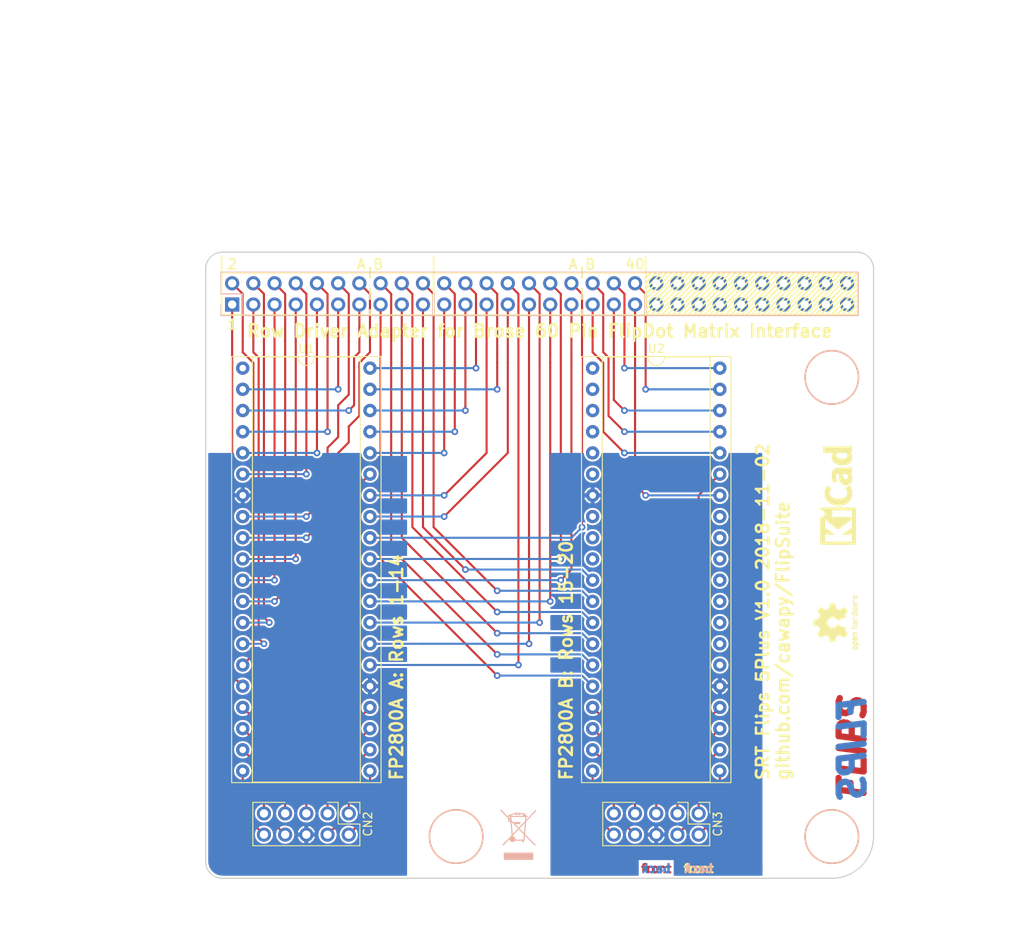
<source format=kicad_pcb>
(kicad_pcb (version 20171130) (host pcbnew "(5.0.1)-3")
  (title_block (title "Flips 5") (date 2018-08-28) (rev 0.1) (company SRT) (comment 1 A-2UFP2832-FDMBR60) (comment 2 "Zeilentreiber-Adapter für Brose 60 Pin Port und FP2800A-Ausgänge"))
  (layers (0 F.Cu signal) (31 B.Cu signal) (34 B.Paste user) (35 F.Paste user) (36 B.SilkS user) (37 F.SilkS user) (38 B.Mask user) (39 F.Mask user) (44 Edge.Cuts user))
  (net 0 "")
  (net 1 "Net-(CN1-Pad40)")
  (net 2 "Net-(CN1-Pad39)")
  (net 3 "Net-(CN1-Pad38)")
  (net 4 "Net-(CN1-Pad37)")
  (net 5 "Net-(CN1-Pad36)")
  (net 6 "Net-(CN1-Pad35)")
  (net 7 "Net-(CN1-Pad34)")
  (net 8 "Net-(CN1-Pad33)")
  (net 9 "Net-(CN1-Pad32)")
  (net 10 "Net-(CN1-Pad31)")
  (net 11 "Net-(CN1-Pad30)")
  (net 12 "Net-(CN1-Pad29)")
  (net 13 "Net-(CN1-Pad28)")
  (net 14 "Net-(CN1-Pad27)")
  (net 15 "Net-(CN1-Pad26)")
  (net 16 "Net-(CN1-Pad25)")
  (net 17 "Net-(CN1-Pad24)")
  (net 18 "Net-(CN1-Pad23)")
  (net 19 "Net-(CN1-Pad22)")
  (net 20 "Net-(CN1-Pad21)")
  (net 21 "Net-(CN1-Pad20)")
  (net 22 "Net-(CN1-Pad19)")
  (net 23 "Net-(CN1-Pad18)")
  (net 24 "Net-(CN1-Pad17)")
  (net 25 "Net-(CN1-Pad16)")
  (net 26 "Net-(CN1-Pad15)")
  (net 27 "Net-(CN1-Pad14)")
  (net 28 "Net-(CN1-Pad13)")
  (net 29 "Net-(CN1-Pad12)")
  (net 30 "Net-(CN1-Pad11)")
  (net 31 "Net-(CN1-Pad10)")
  (net 32 "Net-(CN1-Pad9)")
  (net 33 "Net-(CN1-Pad8)")
  (net 34 "Net-(CN1-Pad7)")
  (net 35 "Net-(CN1-Pad6)")
  (net 36 "Net-(CN1-Pad5)")
  (net 37 "Net-(CN1-Pad4)")
  (net 38 "Net-(CN1-Pad3)")
  (net 39 "Net-(CN1-Pad2)")
  (net 40 "Net-(CN1-Pad1)")
  (net 41 /L.A2)
  (net 42 /L.A0)
  (net 43 /L.A1)
  (net 44 /L.VCC)
  (net 45 /L.GND)
  (net 46 /L.HV)
  (net 47 /L.POL)
  (net 48 /L.EN)
  (net 49 /L.B0)
  (net 50 /L.B1)
  (net 51 /R.B1)
  (net 52 /R.B0)
  (net 53 /R.EN)
  (net 54 /R.POL)
  (net 55 /R.HV)
  (net 56 /R.GND)
  (net 57 /R.VCC)
  (net 58 /R.A1)
  (net 59 /R.A0)
  (net 60 /R.A2)
  (module Mounting_Holes:MountingHole_3.2mm_M3 (layer F.Cu) (at 142.95 92.55)
    (fp_text reference REF** hide)
    (fp_text value MountingHole_3.2mm_M3)
    (pad 1 np_thru_hole circle (at 0 0) (size 3.2 3.2) (drill 3.2) (layers *.Cu *.Mask))
  )
  (module Mounting_Holes:MountingHole_3.2mm_M3 (layer F.Cu) (at 97.95 147.55)
    (fp_text reference REF** hide)
    (fp_text value MountingHole_3.2mm_M3)
    (pad 1 np_thru_hole circle (at 0 0) (size 3.2 3.2) (drill 3.2) (layers *.Cu *.Mask))
  )
  (module Socket_Strips:Socket_Strip_Straight_2x30_Pitch2.54mm (layer B.Cu) (at 71.12 83.82 270)
    (fp_text reference CN1 hide)
    (fp_text value Conn_02x30_Odd_Even)
    (pad 1 thru_hole rect (at 0 0 270) (size 1.7 1.7) (drill 1) (layers *.Cu *.Mask) (net 40 "Net-(CN1-Pad1)"))
    (pad 2 thru_hole oval (at -2.54 0 270) (size 1.7 1.7) (drill 1) (layers *.Cu *.Mask) (net 39 "Net-(CN1-Pad2)"))
    (pad 3 thru_hole oval (at 0 -2.54 270) (size 1.7 1.7) (drill 1) (layers *.Cu *.Mask) (net 38 "Net-(CN1-Pad3)"))
    (pad 4 thru_hole oval (at -2.54 -2.54 270) (size 1.7 1.7) (drill 1) (layers *.Cu *.Mask) (net 37 "Net-(CN1-Pad4)"))
    (pad 5 thru_hole oval (at 0 -5.08 270) (size 1.7 1.7) (drill 1) (layers *.Cu *.Mask) (net 36 "Net-(CN1-Pad5)"))
    (pad 6 thru_hole oval (at -2.54 -5.08 270) (size 1.7 1.7) (drill 1) (layers *.Cu *.Mask) (net 35 "Net-(CN1-Pad6)"))
    (pad 7 thru_hole oval (at 0 -7.62 270) (size 1.7 1.7) (drill 1) (layers *.Cu *.Mask) (net 34 "Net-(CN1-Pad7)"))
    (pad 8 thru_hole oval (at -2.54 -7.62 270) (size 1.7 1.7) (drill 1) (layers *.Cu *.Mask) (net 33 "Net-(CN1-Pad8)"))
    (pad 9 thru_hole oval (at 0 -10.16 270) (size 1.7 1.7) (drill 1) (layers *.Cu *.Mask) (net 32 "Net-(CN1-Pad9)"))
    (pad 10 thru_hole oval (at -2.54 -10.16 270) (size 1.7 1.7) (drill 1) (layers *.Cu *.Mask) (net 31 "Net-(CN1-Pad10)"))
    (pad 11 thru_hole oval (at 0 -12.7 270) (size 1.7 1.7) (drill 1) (layers *.Cu *.Mask) (net 30 "Net-(CN1-Pad11)"))
    (pad 12 thru_hole oval (at -2.54 -12.7 270) (size 1.7 1.7) (drill 1) (layers *.Cu *.Mask) (net 29 "Net-(CN1-Pad12)"))
    (pad 13 thru_hole oval (at 0 -15.24 270) (size 1.7 1.7) (drill 1) (layers *.Cu *.Mask) (net 28 "Net-(CN1-Pad13)"))
    (pad 14 thru_hole oval (at -2.54 -15.24 270) (size 1.7 1.7) (drill 1) (layers *.Cu *.Mask) (net 27 "Net-(CN1-Pad14)"))
    (pad 15 thru_hole oval (at 0 -17.78 270) (size 1.7 1.7) (drill 1) (layers *.Cu *.Mask) (net 26 "Net-(CN1-Pad15)"))
    (pad 16 thru_hole oval (at -2.54 -17.78 270) (size 1.7 1.7) (drill 1) (layers *.Cu *.Mask) (net 25 "Net-(CN1-Pad16)"))
    (pad 17 thru_hole oval (at 0 -20.32 270) (size 1.7 1.7) (drill 1) (layers *.Cu *.Mask) (net 24 "Net-(CN1-Pad17)"))
    (pad 18 thru_hole oval (at -2.54 -20.32 270) (size 1.7 1.7) (drill 1) (layers *.Cu *.Mask) (net 23 "Net-(CN1-Pad18)"))
    (pad 19 thru_hole oval (at 0 -22.86 270) (size 1.7 1.7) (drill 1) (layers *.Cu *.Mask) (net 22 "Net-(CN1-Pad19)"))
    (pad 20 thru_hole oval (at -2.54 -22.86 270) (size 1.7 1.7) (drill 1) (layers *.Cu *.Mask) (net 21 "Net-(CN1-Pad20)"))
    (pad 21 thru_hole oval (at 0 -25.4 270) (size 1.7 1.7) (drill 1) (layers *.Cu *.Mask) (net 20 "Net-(CN1-Pad21)"))
    (pad 22 thru_hole oval (at -2.54 -25.4 270) (size 1.7 1.7) (drill 1) (layers *.Cu *.Mask) (net 19 "Net-(CN1-Pad22)"))
    (pad 23 thru_hole oval (at 0 -27.94 270) (size 1.7 1.7) (drill 1) (layers *.Cu *.Mask) (net 18 "Net-(CN1-Pad23)"))
    (pad 24 thru_hole oval (at -2.54 -27.94 270) (size 1.7 1.7) (drill 1) (layers *.Cu *.Mask) (net 17 "Net-(CN1-Pad24)"))
    (pad 25 thru_hole oval (at 0 -30.48 270) (size 1.7 1.7) (drill 1) (layers *.Cu *.Mask) (net 16 "Net-(CN1-Pad25)"))
    (pad 26 thru_hole oval (at -2.54 -30.48 270) (size 1.7 1.7) (drill 1) (layers *.Cu *.Mask) (net 15 "Net-(CN1-Pad26)"))
    (pad 27 thru_hole oval (at 0 -33.02 270) (size 1.7 1.7) (drill 1) (layers *.Cu *.Mask) (net 14 "Net-(CN1-Pad27)"))
    (pad 28 thru_hole oval (at -2.54 -33.02 270) (size 1.7 1.7) (drill 1) (layers *.Cu *.Mask) (net 13 "Net-(CN1-Pad28)"))
    (pad 29 thru_hole oval (at 0 -35.56 270) (size 1.7 1.7) (drill 1) (layers *.Cu *.Mask) (net 12 "Net-(CN1-Pad29)"))
    (pad 30 thru_hole oval (at -2.54 -35.56 270) (size 1.7 1.7) (drill 1) (layers *.Cu *.Mask) (net 11 "Net-(CN1-Pad30)"))
    (pad 31 thru_hole oval (at 0 -38.1 270) (size 1.7 1.7) (drill 1) (layers *.Cu *.Mask) (net 10 "Net-(CN1-Pad31)"))
    (pad 32 thru_hole oval (at -2.54 -38.1 270) (size 1.7 1.7) (drill 1) (layers *.Cu *.Mask) (net 9 "Net-(CN1-Pad32)"))
    (pad 33 thru_hole oval (at 0 -40.64 270) (size 1.7 1.7) (drill 1) (layers *.Cu *.Mask) (net 8 "Net-(CN1-Pad33)"))
    (pad 34 thru_hole oval (at -2.54 -40.64 270) (size 1.7 1.7) (drill 1) (layers *.Cu *.Mask) (net 7 "Net-(CN1-Pad34)"))
    (pad 35 thru_hole oval (at 0 -43.18 270) (size 1.7 1.7) (drill 1) (layers *.Cu *.Mask) (net 6 "Net-(CN1-Pad35)"))
    (pad 36 thru_hole oval (at -2.54 -43.18 270) (size 1.7 1.7) (drill 1) (layers *.Cu *.Mask) (net 5 "Net-(CN1-Pad36)"))
    (pad 37 thru_hole oval (at 0 -45.72 270) (size 1.7 1.7) (drill 1) (layers *.Cu *.Mask) (net 4 "Net-(CN1-Pad37)"))
    (pad 38 thru_hole oval (at -2.54 -45.72 270) (size 1.7 1.7) (drill 1) (layers *.Cu *.Mask) (net 3 "Net-(CN1-Pad38)"))
    (pad 39 thru_hole oval (at 0 -48.26 270) (size 1.7 1.7) (drill 1) (layers *.Cu *.Mask) (net 2 "Net-(CN1-Pad39)"))
    (pad 40 thru_hole oval (at -2.54 -48.26 270) (size 1.7 1.7) (drill 1) (layers *.Cu *.Mask) (net 1 "Net-(CN1-Pad40)"))
    (pad 41 thru_hole oval (at 0 -50.8 270) (size 1.7 1.7) (drill 1) (layers *.Cu *.Mask))
    (pad 42 thru_hole oval (at -2.54 -50.8 270) (size 1.7 1.7) (drill 1) (layers *.Cu *.Mask))
    (pad 43 thru_hole oval (at 0 -53.34 270) (size 1.7 1.7) (drill 1) (layers *.Cu *.Mask))
    (pad 44 thru_hole oval (at -2.54 -53.34 270) (size 1.7 1.7) (drill 1) (layers *.Cu *.Mask))
    (pad 45 thru_hole oval (at 0 -55.88 270) (size 1.7 1.7) (drill 1) (layers *.Cu *.Mask))
    (pad 46 thru_hole oval (at -2.54 -55.88 270) (size 1.7 1.7) (drill 1) (layers *.Cu *.Mask))
    (pad 47 thru_hole oval (at 0 -58.42 270) (size 1.7 1.7) (drill 1) (layers *.Cu *.Mask))
    (pad 48 thru_hole oval (at -2.54 -58.42 270) (size 1.7 1.7) (drill 1) (layers *.Cu *.Mask))
    (pad 49 thru_hole oval (at 0 -60.96 270) (size 1.7 1.7) (drill 1) (layers *.Cu *.Mask))
    (pad 50 thru_hole oval (at -2.54 -60.96 270) (size 1.7 1.7) (drill 1) (layers *.Cu *.Mask))
    (pad 51 thru_hole oval (at 0 -63.5 270) (size 1.7 1.7) (drill 1) (layers *.Cu *.Mask))
    (pad 52 thru_hole oval (at -2.54 -63.5 270) (size 1.7 1.7) (drill 1) (layers *.Cu *.Mask))
    (pad 53 thru_hole oval (at 0 -66.04 270) (size 1.7 1.7) (drill 1) (layers *.Cu *.Mask))
    (pad 54 thru_hole oval (at -2.54 -66.04 270) (size 1.7 1.7) (drill 1) (layers *.Cu *.Mask))
    (pad 55 thru_hole oval (at 0 -68.58 270) (size 1.7 1.7) (drill 1) (layers *.Cu *.Mask))
    (pad 56 thru_hole oval (at -2.54 -68.58 270) (size 1.7 1.7) (drill 1) (layers *.Cu *.Mask))
    (pad 57 thru_hole oval (at 0 -71.12 270) (size 1.7 1.7) (drill 1) (layers *.Cu *.Mask))
    (pad 58 thru_hole oval (at -2.54 -71.12 270) (size 1.7 1.7) (drill 1) (layers *.Cu *.Mask))
    (pad 59 thru_hole oval (at 0 -73.66 270) (size 1.7 1.7) (drill 1) (layers *.Cu *.Mask))
    (pad 60 thru_hole oval (at -2.54 -73.66 270) (size 1.7 1.7) (drill 1) (layers *.Cu *.Mask))
  )
  (module Mounting_Holes:MountingHole_3.2mm_M3 (layer F.Cu) (at 142.95 147.55)
    (fp_text reference REF** hide)
    (fp_text value MountingHole_3.2mm_M3)
    (pad 1 np_thru_hole circle (at 0 0) (size 3.2 3.2) (drill 3.2) (layers *.Cu *.Mask))
  )
  (module Housings_DIP:DIP-40_W15.24mm_Socket (layer F.Cu) (at 72.39 91.44)
    (fp_text reference U1 (at 7.62 -2.33) (layer F.SilkS))
    (fp_text value FP2800A)
    (pad 40 thru_hole oval (at 15.24 0) (size 1.6 1.6) (drill 0.8) (layers *.Cu *.Mask) (net 17 "Net-(CN1-Pad24)"))
    (pad 20 thru_hole oval (at 0 48.26) (size 1.6 1.6) (drill 0.8) (layers *.Cu *.Mask) (net 41 /L.A2))
    (pad 39 thru_hole oval (at 15.24 2.54) (size 1.6 1.6) (drill 0.8) (layers *.Cu *.Mask) (net 15 "Net-(CN1-Pad26)"))
    (pad 19 thru_hole oval (at 0 45.72) (size 1.6 1.6) (drill 0.8) (layers *.Cu *.Mask) (net 42 /L.A0))
    (pad 38 thru_hole oval (at 15.24 5.08) (size 1.6 1.6) (drill 0.8) (layers *.Cu *.Mask) (net 18 "Net-(CN1-Pad23)"))
    (pad 18 thru_hole oval (at 0 43.18) (size 1.6 1.6) (drill 0.8) (layers *.Cu *.Mask) (net 43 /L.A1))
    (pad 37 thru_hole oval (at 15.24 7.62) (size 1.6 1.6) (drill 0.8) (layers *.Cu *.Mask) (net 19 "Net-(CN1-Pad22)"))
    (pad 17 thru_hole oval (at 0 40.64) (size 1.6 1.6) (drill 0.8) (layers *.Cu *.Mask) (net 44 /L.VCC))
    (pad 36 thru_hole oval (at 15.24 10.16) (size 1.6 1.6) (drill 0.8) (layers *.Cu *.Mask) (net 20 "Net-(CN1-Pad21)"))
    (pad 16 thru_hole oval (at 0 38.1) (size 1.6 1.6) (drill 0.8) (layers *.Cu *.Mask) (net 40 "Net-(CN1-Pad1)"))
    (pad 35 thru_hole oval (at 15.24 12.7) (size 1.6 1.6) (drill 0.8) (layers *.Cu *.Mask) (net 46 /L.HV))
    (pad 15 thru_hole oval (at 0 35.56) (size 1.6 1.6) (drill 0.8) (layers *.Cu *.Mask) (net 39 "Net-(CN1-Pad2)"))
    (pad 34 thru_hole oval (at 15.24 15.24) (size 1.6 1.6) (drill 0.8) (layers *.Cu *.Mask) (net 16 "Net-(CN1-Pad25)"))
    (pad 14 thru_hole oval (at 0 33.02) (size 1.6 1.6) (drill 0.8) (layers *.Cu *.Mask) (net 38 "Net-(CN1-Pad3)"))
    (pad 33 thru_hole oval (at 15.24 17.78) (size 1.6 1.6) (drill 0.8) (layers *.Cu *.Mask) (net 14 "Net-(CN1-Pad27)"))
    (pad 13 thru_hole oval (at 0 30.48) (size 1.6 1.6) (drill 0.8) (layers *.Cu *.Mask) (net 37 "Net-(CN1-Pad4)"))
    (pad 32 thru_hole oval (at 15.24 20.32) (size 1.6 1.6) (drill 0.8) (layers *.Cu *.Mask) (net 7 "Net-(CN1-Pad34)"))
    (pad 12 thru_hole oval (at 0 27.94) (size 1.6 1.6) (drill 0.8) (layers *.Cu *.Mask) (net 35 "Net-(CN1-Pad6)"))
    (pad 31 thru_hole oval (at 15.24 22.86) (size 1.6 1.6) (drill 0.8) (layers *.Cu *.Mask) (net 9 "Net-(CN1-Pad32)"))
    (pad 11 thru_hole oval (at 0 25.4) (size 1.6 1.6) (drill 0.8) (layers *.Cu *.Mask) (net 36 "Net-(CN1-Pad5)"))
    (pad 30 thru_hole oval (at 15.24 25.4) (size 1.6 1.6) (drill 0.8) (layers *.Cu *.Mask) (net 8 "Net-(CN1-Pad33)"))
    (pad 10 thru_hole oval (at 0 22.86) (size 1.6 1.6) (drill 0.8) (layers *.Cu *.Mask) (net 34 "Net-(CN1-Pad7)"))
    (pad 29 thru_hole oval (at 15.24 27.94) (size 1.6 1.6) (drill 0.8) (layers *.Cu *.Mask) (net 10 "Net-(CN1-Pad31)"))
    (pad 9 thru_hole oval (at 0 20.32) (size 1.6 1.6) (drill 0.8) (layers *.Cu *.Mask) (net 27 "Net-(CN1-Pad14)"))
    (pad 28 thru_hole oval (at 15.24 30.48) (size 1.6 1.6) (drill 0.8) (layers *.Cu *.Mask) (net 11 "Net-(CN1-Pad30)"))
    (pad 8 thru_hole oval (at 0 17.78) (size 1.6 1.6) (drill 0.8) (layers *.Cu *.Mask) (net 29 "Net-(CN1-Pad12)"))
    (pad 27 thru_hole oval (at 15.24 33.02) (size 1.6 1.6) (drill 0.8) (layers *.Cu *.Mask) (net 12 "Net-(CN1-Pad29)"))
    (pad 7 thru_hole oval (at 0 15.24) (size 1.6 1.6) (drill 0.8) (layers *.Cu *.Mask) (net 45 /L.GND))
    (pad 26 thru_hole oval (at 15.24 35.56) (size 1.6 1.6) (drill 0.8) (layers *.Cu *.Mask) (net 13 "Net-(CN1-Pad28)"))
    (pad 6 thru_hole oval (at 0 12.7) (size 1.6 1.6) (drill 0.8) (layers *.Cu *.Mask) (net 33 "Net-(CN1-Pad8)"))
    (pad 25 thru_hole oval (at 15.24 38.1) (size 1.6 1.6) (drill 0.8) (layers *.Cu *.Mask) (net 45 /L.GND))
    (pad 5 thru_hole oval (at 0 10.16) (size 1.6 1.6) (drill 0.8) (layers *.Cu *.Mask) (net 32 "Net-(CN1-Pad9)"))
    (pad 24 thru_hole oval (at 15.24 40.64) (size 1.6 1.6) (drill 0.8) (layers *.Cu *.Mask) (net 48 /L.EN))
    (pad 4 thru_hole oval (at 0 7.62) (size 1.6 1.6) (drill 0.8) (layers *.Cu *.Mask) (net 31 "Net-(CN1-Pad10)"))
    (pad 23 thru_hole oval (at 15.24 43.18) (size 1.6 1.6) (drill 0.8) (layers *.Cu *.Mask) (net 47 /L.POL))
    (pad 3 thru_hole oval (at 0 5.08) (size 1.6 1.6) (drill 0.8) (layers *.Cu *.Mask) (net 28 "Net-(CN1-Pad13)"))
    (pad 22 thru_hole oval (at 15.24 45.72) (size 1.6 1.6) (drill 0.8) (layers *.Cu *.Mask) (net 50 /L.B1))
    (pad 2 thru_hole oval (at 0 2.54) (size 1.6 1.6) (drill 0.8) (layers *.Cu *.Mask) (net 30 "Net-(CN1-Pad11)"))
    (pad 21 thru_hole oval (at 15.24 48.26) (size 1.6 1.6) (drill 0.8) (layers *.Cu *.Mask) (net 49 /L.B0))
    (pad 1 thru_hole circle (at 0 0) (size 1.6 1.6) (drill 0.8) (layers *.Cu *.Mask))
  )
  (module Housings_DIP:DIP-40_W15.24mm_Socket (layer F.Cu) (at 114.3 91.44)
    (fp_text reference U2 (at 7.62 -2.33) (layer F.SilkS))
    (fp_text value FP2800A)
    (pad 1 thru_hole circle (at 0 0) (size 1.6 1.6) (drill 0.8) (layers *.Cu *.Mask))
    (pad 21 thru_hole oval (at 15.24 48.26) (size 1.6 1.6) (drill 0.8) (layers *.Cu *.Mask) (net 52 /R.B0))
    (pad 2 thru_hole oval (at 0 2.54) (size 1.6 1.6) (drill 0.8) (layers *.Cu *.Mask))
    (pad 22 thru_hole oval (at 15.24 45.72) (size 1.6 1.6) (drill 0.8) (layers *.Cu *.Mask) (net 51 /R.B1))
    (pad 3 thru_hole oval (at 0 5.08) (size 1.6 1.6) (drill 0.8) (layers *.Cu *.Mask))
    (pad 23 thru_hole oval (at 15.24 43.18) (size 1.6 1.6) (drill 0.8) (layers *.Cu *.Mask) (net 54 /R.POL))
    (pad 4 thru_hole oval (at 0 7.62) (size 1.6 1.6) (drill 0.8) (layers *.Cu *.Mask))
    (pad 24 thru_hole oval (at 15.24 40.64) (size 1.6 1.6) (drill 0.8) (layers *.Cu *.Mask) (net 53 /R.EN))
    (pad 5 thru_hole oval (at 0 10.16) (size 1.6 1.6) (drill 0.8) (layers *.Cu *.Mask))
    (pad 25 thru_hole oval (at 15.24 38.1) (size 1.6 1.6) (drill 0.8) (layers *.Cu *.Mask) (net 56 /R.GND))
    (pad 6 thru_hole oval (at 0 12.7) (size 1.6 1.6) (drill 0.8) (layers *.Cu *.Mask))
    (pad 26 thru_hole oval (at 15.24 35.56) (size 1.6 1.6) (drill 0.8) (layers *.Cu *.Mask))
    (pad 7 thru_hole oval (at 0 15.24) (size 1.6 1.6) (drill 0.8) (layers *.Cu *.Mask) (net 56 /R.GND))
    (pad 27 thru_hole oval (at 15.24 33.02) (size 1.6 1.6) (drill 0.8) (layers *.Cu *.Mask))
    (pad 8 thru_hole oval (at 0 17.78) (size 1.6 1.6) (drill 0.8) (layers *.Cu *.Mask))
    (pad 28 thru_hole oval (at 15.24 30.48) (size 1.6 1.6) (drill 0.8) (layers *.Cu *.Mask))
    (pad 9 thru_hole oval (at 0 20.32) (size 1.6 1.6) (drill 0.8) (layers *.Cu *.Mask))
    (pad 29 thru_hole oval (at 15.24 27.94) (size 1.6 1.6) (drill 0.8) (layers *.Cu *.Mask))
    (pad 10 thru_hole oval (at 0 22.86) (size 1.6 1.6) (drill 0.8) (layers *.Cu *.Mask))
    (pad 30 thru_hole oval (at 15.24 25.4) (size 1.6 1.6) (drill 0.8) (layers *.Cu *.Mask))
    (pad 11 thru_hole oval (at 0 25.4) (size 1.6 1.6) (drill 0.8) (layers *.Cu *.Mask) (net 22 "Net-(CN1-Pad19)"))
    (pad 31 thru_hole oval (at 15.24 22.86) (size 1.6 1.6) (drill 0.8) (layers *.Cu *.Mask))
    (pad 12 thru_hole oval (at 0 27.94) (size 1.6 1.6) (drill 0.8) (layers *.Cu *.Mask) (net 21 "Net-(CN1-Pad20)"))
    (pad 32 thru_hole oval (at 15.24 20.32) (size 1.6 1.6) (drill 0.8) (layers *.Cu *.Mask))
    (pad 13 thru_hole oval (at 0 30.48) (size 1.6 1.6) (drill 0.8) (layers *.Cu *.Mask) (net 23 "Net-(CN1-Pad18)"))
    (pad 33 thru_hole oval (at 15.24 17.78) (size 1.6 1.6) (drill 0.8) (layers *.Cu *.Mask))
    (pad 14 thru_hole oval (at 0 33.02) (size 1.6 1.6) (drill 0.8) (layers *.Cu *.Mask) (net 24 "Net-(CN1-Pad17)"))
    (pad 34 thru_hole oval (at 15.24 15.24) (size 1.6 1.6) (drill 0.8) (layers *.Cu *.Mask) (net 2 "Net-(CN1-Pad39)"))
    (pad 15 thru_hole oval (at 0 35.56) (size 1.6 1.6) (drill 0.8) (layers *.Cu *.Mask) (net 25 "Net-(CN1-Pad16)"))
    (pad 35 thru_hole oval (at 15.24 12.7) (size 1.6 1.6) (drill 0.8) (layers *.Cu *.Mask) (net 55 /R.HV))
    (pad 16 thru_hole oval (at 0 38.1) (size 1.6 1.6) (drill 0.8) (layers *.Cu *.Mask) (net 26 "Net-(CN1-Pad15)"))
    (pad 36 thru_hole oval (at 15.24 10.16) (size 1.6 1.6) (drill 0.8) (layers *.Cu *.Mask) (net 6 "Net-(CN1-Pad35)"))
    (pad 17 thru_hole oval (at 0 40.64) (size 1.6 1.6) (drill 0.8) (layers *.Cu *.Mask) (net 57 /R.VCC))
    (pad 37 thru_hole oval (at 15.24 7.62) (size 1.6 1.6) (drill 0.8) (layers *.Cu *.Mask) (net 5 "Net-(CN1-Pad36)"))
    (pad 18 thru_hole oval (at 0 43.18) (size 1.6 1.6) (drill 0.8) (layers *.Cu *.Mask) (net 58 /R.A1))
    (pad 38 thru_hole oval (at 15.24 5.08) (size 1.6 1.6) (drill 0.8) (layers *.Cu *.Mask) (net 4 "Net-(CN1-Pad37)"))
    (pad 19 thru_hole oval (at 0 45.72) (size 1.6 1.6) (drill 0.8) (layers *.Cu *.Mask) (net 59 /R.A0))
    (pad 39 thru_hole oval (at 15.24 2.54) (size 1.6 1.6) (drill 0.8) (layers *.Cu *.Mask) (net 1 "Net-(CN1-Pad40)"))
    (pad 20 thru_hole oval (at 0 48.26) (size 1.6 1.6) (drill 0.8) (layers *.Cu *.Mask) (net 60 /R.A2))
    (pad 40 thru_hole oval (at 15.24 0) (size 1.6 1.6) (drill 0.8) (layers *.Cu *.Mask) (net 3 "Net-(CN1-Pad38)"))
  )
  (module Own:Pin_Header_Angle_Shrouded_2x05_Pitch2.54mm (layer F.Cu) (at 85.09 144.78 270)
    (fp_text reference CN2 (at 1.27 -2.286 270) (layer F.SilkS))
    (fp_text value UFP2810 hide)
    (pad 1 thru_hole circle (at 0 0 270) (size 1.7 1.7) (drill 1) (layers *.Cu *.Mask) (net 50 /L.B1))
    (pad 2 thru_hole oval (at 2.54 0 270) (size 1.7 1.7) (drill 1) (layers *.Cu *.Mask) (net 49 /L.B0))
    (pad 3 thru_hole oval (at 0 2.54 270) (size 1.7 1.7) (drill 1) (layers *.Cu *.Mask) (net 48 /L.EN))
    (pad 4 thru_hole oval (at 2.54 2.54 270) (size 1.7 1.7) (drill 1) (layers *.Cu *.Mask) (net 47 /L.POL))
    (pad 5 thru_hole oval (at 0 5.08 270) (size 1.7 1.7) (drill 1) (layers *.Cu *.Mask) (net 46 /L.HV))
    (pad 6 thru_hole oval (at 2.54 5.08 270) (size 1.7 1.7) (drill 1) (layers *.Cu *.Mask) (net 45 /L.GND))
    (pad 7 thru_hole oval (at 0 7.62 270) (size 1.7 1.7) (drill 1) (layers *.Cu *.Mask) (net 44 /L.VCC))
    (pad 8 thru_hole oval (at 2.54 7.62 270) (size 1.7 1.7) (drill 1) (layers *.Cu *.Mask) (net 43 /L.A1))
    (pad 9 thru_hole oval (at 0 10.16 270) (size 1.7 1.7) (drill 1) (layers *.Cu *.Mask) (net 42 /L.A0))
    (pad 10 thru_hole oval (at 2.54 10.16 270) (size 1.7 1.7) (drill 1) (layers *.Cu *.Mask) (net 41 /L.A2))
  )
  (module Own:Pin_Header_Angle_Shrouded_2x05_Pitch2.54mm (layer F.Cu) (at 127 144.78 270)
    (fp_text reference CN3 (at 1.27 -2.286 270) (layer F.SilkS))
    (fp_text value UFP2810 hide)
    (pad 10 thru_hole oval (at 2.54 10.16 270) (size 1.7 1.7) (drill 1) (layers *.Cu *.Mask) (net 60 /R.A2))
    (pad 9 thru_hole oval (at 0 10.16 270) (size 1.7 1.7) (drill 1) (layers *.Cu *.Mask) (net 59 /R.A0))
    (pad 8 thru_hole oval (at 2.54 7.62 270) (size 1.7 1.7) (drill 1) (layers *.Cu *.Mask) (net 58 /R.A1))
    (pad 7 thru_hole oval (at 0 7.62 270) (size 1.7 1.7) (drill 1) (layers *.Cu *.Mask) (net 57 /R.VCC))
    (pad 6 thru_hole oval (at 2.54 5.08 270) (size 1.7 1.7) (drill 1) (layers *.Cu *.Mask) (net 56 /R.GND))
    (pad 5 thru_hole oval (at 0 5.08 270) (size 1.7 1.7) (drill 1) (layers *.Cu *.Mask) (net 55 /R.HV))
    (pad 4 thru_hole oval (at 2.54 2.54 270) (size 1.7 1.7) (drill 1) (layers *.Cu *.Mask) (net 54 /R.POL))
    (pad 3 thru_hole oval (at 0 2.54 270) (size 1.7 1.7) (drill 1) (layers *.Cu *.Mask) (net 53 /R.EN))
    (pad 2 thru_hole oval (at 2.54 0 270) (size 1.7 1.7) (drill 1) (layers *.Cu *.Mask) (net 52 /R.B0))
    (pad 1 thru_hole circle (at 0 0 270) (size 1.7 1.7) (drill 1) (layers *.Cu *.Mask) (net 51 /R.B1))
  )
  (module Symbols:Symbol_KiCAD-Logo_CopperAndSilkScreenTop (layer F.Cu) (at 143.51 106.68 90)
    (fp_text reference REF** hide)
    (fp_text value "KiCAD Logo" hide)
  )
  (module Symbols:OSHW-Logo2_7.3x6mm_SilkScreen (layer F.Cu) (at 143.51 121.92 90)
    (fp_text reference REF*** hide)
    (fp_text value OSHW-Logo2_7.3x6mm_SilkScreen hide)
  )
  (module Symbols:WEEE-Logo_4.2x6mm_SilkScreen (layer B.Cu) (at 105.41 147.32 180)
    (fp_text reference REF*** hide)
    (fp_text value WEEE-Logo_4.2x6mm_SilkScreen hide)
  )
  (gr_text back (at 127 151.384) (layer B.SilkS) (effects (font (size 1 1) (thickness 0.25)) (justify mirror)))
  (gr_text front (at 127 151.384) (layer F.SilkS) (effects (font (size 1 1) (thickness 0.25))))
  (gr_text front (at 121.92 151.384) (layer F.Cu) (effects (font (size 1 1) (thickness 0.25))))
  (gr_text back (at 121.92 151.384) (layer B.Cu) (effects (font (size 1 1) (thickness 0.25)) (justify mirror)))
  (gr_text FLIPS (at 145.415 143.51 90) (layer B.Cu) (effects (font (size 3 3) (thickness 0.75) italic) (justify right mirror)))
  (gr_text FLIPS (at 145.415 143.51 90) (layer F.Cu) (effects (font (size 3 3) (thickness 0.75) italic) (justify left)))
  (gr_text "A B" (at 113.03 78.994) (layer F.SilkS) (effects (font (size 1.2 1.2) (thickness 0.2))))
  (gr_text "A B" (at 87.63 78.994) (layer F.SilkS) (effects (font (size 1.2 1.2) (thickness 0.2))))
  (gr_line (start 69.85 80.01) (end 69.85 78.105) (angle 90) (layer F.SilkS) (width 0.2))
  (gr_line (start 120.65 80.01) (end 120.65 78.105) (angle 90) (layer F.SilkS) (width 0.2))
  (gr_line (start 113.03 80.01) (end 113.03 79.375) (angle 90) (layer F.SilkS) (width 0.2))
  (gr_line (start 95.25 80.01) (end 95.25 78.105) (angle 90) (layer F.SilkS) (width 0.2))
  (gr_line (start 87.63 80.01) (end 87.63 79.375) (angle 90) (layer F.SilkS) (width 0.2))
  (gr_circle (center 97.95 147.55) (end 100.45 145.55) (layer B.SilkS) (width 0.2))
  (gr_circle (center 142.95 147.55) (end 145.45 145.55) (layer B.SilkS) (width 0.2))
  (gr_circle (center 142.95 92.55) (end 145.45 90.55) (layer B.SilkS) (width 0.2))
  (gr_circle (center 142.95 92.55) (end 145.45 90.55) (layer F.SilkS) (width 0.2))
  (gr_circle (center 142.95 147.55) (end 145.45 145.55) (layer F.SilkS) (width 0.2))
  (gr_circle (center 97.95 147.55) (end 100.45 145.55) (layer F.SilkS) (width 0.2))
  (gr_text "SRT Flips 5Plus V1.0 2018-11-02\ngithub.com/cawapy/FlipSuite" (at 135.89 140.97 90) (layer F.SilkS) (effects (font (size 1.5 1.5) (thickness 0.3)) (justify left)))
  (gr_line (start 147.95 79.55) (end 147.95 147.55) (layer Edge.Cuts) (width 0.15))
  (gr_arc (start 69.95 150.55) (end 67.95 150.55) (angle -90) (layer Edge.Cuts) (width 0.15))
  (gr_line (start 69.95 152.55) (end 142.95 152.55) (layer Edge.Cuts) (width 0.15))
  (gr_line (start 67.95 79.55) (end 67.95 150.55) (layer Edge.Cuts) (width 0.15))
  (gr_arc (start 142.95 147.55) (end 147.95 147.55) (angle 90) (layer Edge.Cuts) (width 0.15))
  (gr_text 40 (at 119.38 78.994) (layer F.SilkS) (effects (font (size 1.2 1.2) (thickness 0.2))))
  (gr_text 2 (at 71.12 78.994) (layer F.SilkS) (effects (font (size 1.2 1.2) (thickness 0.2))))
  (gr_text 1 (at 71.12 86.233) (layer F.SilkS) (effects (font (size 1.2 1.2) (thickness 0.2))))
  (gr_line (start 87.63 85.09) (end 87.63 84.455) (angle 90) (layer F.SilkS) (width 0.2))
  (gr_line (start 87.63 80.645) (end 87.63 80.01) (angle 90) (layer F.SilkS) (width 0.2))
  (gr_line (start 113.03 80.645) (end 113.03 80.01) (angle 90) (layer F.SilkS) (width 0.2))
  (gr_line (start 113.03 83.185) (end 113.03 81.915) (angle 90) (layer F.SilkS) (width 0.2))
  (gr_line (start 113.03 85.09) (end 113.03 84.455) (angle 90) (layer F.SilkS) (width 0.2))
  (gr_line (start 87.63 83.185) (end 87.63 81.915) (angle 90) (layer F.SilkS) (width 0.2))
  (gr_line (start 133.35 85.09) (end 138.43 80.01) (angle 90) (layer F.SilkS) (width 0.2))
  (gr_line (start 140.335 83.185) (end 138.43 85.09) (angle 90) (layer F.SilkS) (width 0.2))
  (gr_line (start 137.795 85.09) (end 140.335 82.55) (angle 90) (layer F.SilkS) (width 0.2))
  (gr_line (start 140.97 81.28) (end 137.16 85.09) (angle 90) (layer F.SilkS) (width 0.2))
  (gr_line (start 136.525 85.09) (end 140.97 80.645) (angle 90) (layer F.SilkS) (width 0.2))
  (gr_line (start 140.97 80.01) (end 135.89 85.09) (angle 90) (layer F.SilkS) (width 0.2))
  (gr_line (start 135.255 85.09) (end 140.335 80.01) (angle 90) (layer F.SilkS) (width 0.2))
  (gr_line (start 139.7 80.01) (end 134.62 85.09) (angle 90) (layer F.SilkS) (width 0.2))
  (gr_line (start 133.985 85.09) (end 139.065 80.01) (angle 90) (layer F.SilkS) (width 0.2))
  (gr_line (start 137.795 80.01) (end 132.715 85.09) (angle 90) (layer F.SilkS) (width 0.2))
  (gr_line (start 132.08 85.09) (end 137.16 80.01) (angle 90) (layer F.SilkS) (width 0.2))
  (gr_line (start 136.525 80.01) (end 131.445 85.09) (angle 90) (layer F.SilkS) (width 0.2))
  (gr_line (start 130.81 85.09) (end 135.89 80.01) (angle 90) (layer F.SilkS) (width 0.2))
  (gr_line (start 135.255 80.01) (end 130.175 85.09) (angle 90) (layer F.SilkS) (width 0.2))
  (gr_line (start 129.54 85.09) (end 134.62 80.01) (angle 90) (layer F.SilkS) (width 0.2))
  (gr_line (start 133.985 80.01) (end 128.905 85.09) (angle 90) (layer F.SilkS) (width 0.2))
  (gr_line (start 128.27 85.09) (end 133.35 80.01) (angle 90) (layer F.SilkS) (width 0.2))
  (gr_line (start 132.715 80.01) (end 127.635 85.09) (angle 90) (layer F.SilkS) (width 0.2))
  (gr_line (start 127 85.09) (end 132.08 80.01) (angle 90) (layer F.SilkS) (width 0.2))
  (gr_line (start 126.365 85.09) (end 131.445 80.01) (angle 90) (layer F.SilkS) (width 0.2))
  (gr_line (start 130.81 80.01) (end 125.73 85.09) (angle 90) (layer F.SilkS) (width 0.2))
  (gr_line (start 125.095 85.09) (end 130.175 80.01) (angle 90) (layer F.SilkS) (width 0.2))
  (gr_line (start 129.54 80.01) (end 124.46 85.09) (angle 90) (layer F.SilkS) (width 0.2))
  (gr_line (start 124.46 84.455) (end 128.905 80.01) (angle 90) (layer F.SilkS) (width 0.2))
  (gr_line (start 123.825 84.455) (end 128.27 80.01) (angle 90) (layer F.SilkS) (width 0.2))
  (gr_line (start 127.635 80.01) (end 125.095 82.55) (angle 90) (layer F.SilkS) (width 0.2))
  (gr_line (start 125.73 81.28) (end 127 80.01) (angle 90) (layer F.SilkS) (width 0.2))
  (gr_line (start 146.05 85.09) (end 120.65 85.09) (angle 90) (layer F.SilkS) (width 0.2))
  (gr_line (start 146.05 80.01) (end 146.05 85.09) (angle 90) (layer F.SilkS) (width 0.2))
  (gr_line (start 146.05 80.01) (end 120.65 80.01) (angle 90) (layer F.SilkS) (width 0.2))
  (gr_line (start 141.605 80.01) (end 140.97 80.645) (angle 90) (layer F.SilkS) (width 0.2))
  (gr_line (start 142.24 80.01) (end 140.97 81.28) (angle 90) (layer F.SilkS) (width 0.2))
  (gr_line (start 142.875 80.01) (end 140.335 82.55) (angle 90) (layer F.SilkS) (width 0.2))
  (gr_line (start 143.51 80.01) (end 139.7 83.82) (angle 90) (layer F.SilkS) (width 0.2))
  (gr_line (start 144.145 80.01) (end 139.065 85.09) (angle 90) (layer F.SilkS) (width 0.2))
  (gr_line (start 139.7 85.09) (end 144.78 80.01) (angle 90) (layer F.SilkS) (width 0.2))
  (gr_line (start 145.415 80.01) (end 140.335 85.09) (angle 90) (layer F.SilkS) (width 0.2))
  (gr_line (start 146.05 80.01) (end 140.97 85.09) (angle 90) (layer F.SilkS) (width 0.2))
  (gr_line (start 146.05 80.645) (end 141.605 85.09) (angle 90) (layer F.SilkS) (width 0.2))
  (gr_line (start 146.05 81.28) (end 142.24 85.09) (angle 90) (layer F.SilkS) (width 0.2))
  (gr_line (start 146.05 81.915) (end 142.875 85.09) (angle 90) (layer F.SilkS) (width 0.2))
  (gr_line (start 146.05 82.55) (end 143.51 85.09) (angle 90) (layer F.SilkS) (width 0.2))
  (gr_line (start 144.145 85.09) (end 146.05 83.185) (angle 90) (layer F.SilkS) (width 0.2))
  (gr_line (start 146.05 83.82) (end 144.78 85.09) (angle 90) (layer F.SilkS) (width 0.2))
  (gr_line (start 145.415 85.09) (end 146.05 84.455) (angle 90) (layer F.SilkS) (width 0.2))
  (gr_line (start 123.825 85.09) (end 124.46 84.455) (angle 90) (layer F.SilkS) (width 0.2))
  (gr_line (start 123.19 85.09) (end 124.46 83.82) (angle 90) (layer F.SilkS) (width 0.2))
  (gr_line (start 125.095 82.55) (end 122.555 85.09) (angle 90) (layer F.SilkS) (width 0.2))
  (gr_line (start 121.92 85.09) (end 125.73 81.28) (angle 90) (layer F.SilkS) (width 0.2))
  (gr_line (start 121.285 85.09) (end 126.365 80.01) (angle 90) (layer F.SilkS) (width 0.2))
  (gr_line (start 120.65 85.09) (end 125.73 80.01) (angle 90) (layer F.SilkS) (width 0.2))
  (gr_line (start 120.65 84.455) (end 125.095 80.01) (angle 90) (layer F.SilkS) (width 0.2))
  (gr_line (start 120.65 83.82) (end 124.46 80.01) (angle 90) (layer F.SilkS) (width 0.2))
  (gr_line (start 120.65 83.185) (end 123.825 80.01) (angle 90) (layer F.SilkS) (width 0.2))
  (gr_line (start 120.65 82.55) (end 123.19 80.01) (angle 90) (layer F.SilkS) (width 0.2))
  (gr_line (start 120.65 81.915) (end 122.555 80.01) (angle 90) (layer F.SilkS) (width 0.2))
  (gr_line (start 120.65 81.28) (end 121.92 80.01) (angle 90) (layer F.SilkS) (width 0.2))
  (gr_line (start 120.65 80.645) (end 121.285 80.01) (angle 90) (layer F.SilkS) (width 0.2))
  (gr_line (start 120.65 85.09) (end 95.25 85.09) (angle 90) (layer F.SilkS) (width 0.2))
  (gr_line (start 120.65 80.01) (end 120.65 85.09) (angle 90) (layer F.SilkS) (width 0.2))
  (gr_line (start 95.25 80.01) (end 120.65 80.01) (angle 90) (layer F.SilkS) (width 0.2))
  (gr_line (start 69.85 85.09) (end 69.85 80.01) (angle 90) (layer F.SilkS) (width 0.2))
  (gr_line (start 95.25 85.09) (end 69.85 85.09) (angle 90) (layer F.SilkS) (width 0.2))
  (gr_line (start 95.25 80.01) (end 95.25 85.09) (angle 90) (layer F.SilkS) (width 0.2))
  (gr_line (start 69.85 80.01) (end 95.25 80.01) (angle 90) (layer F.SilkS) (width 0.2))
  (gr_text "FP2800A A: Rows 1-14" (at 90.805 140.97 90) (layer F.SilkS) (effects (font (size 1.5 1.5) (thickness 0.3)) (justify left)))
  (gr_text "FP2800A B: Rows 15-20" (at 111.125 140.97 90) (layer F.SilkS) (effects (font (size 1.5 1.5) (thickness 0.3)) (justify left)))
  (gr_text "Row Driver Adapter for Brose 60 Pin FlipDot Matrix Interface" (at 107.95 86.995) (layer F.SilkS) (effects (font (size 1.5 1.5) (thickness 0.3))))
  (gr_arc (start 145.95 79.55) (end 145.95 77.55) (angle 90) (layer Edge.Cuts) (width 0.15))
  (gr_arc (start 69.95 79.55) (end 67.95 79.55) (angle 90) (layer Edge.Cuts) (width 0.15))
  (gr_line (start 69.95 77.55) (end 145.95 77.55) (angle 90) (layer Edge.Cuts) (width 0.15))
  (segment (start 121.92 93.98) (end 129.54 93.98) (width 0.25) (layer B.Cu) (net 1))
  (segment (start 119.38 81.28) (end 120.65 82.55) (width 0.25) (layer F.Cu) (net 1))
  (segment (start 120.65 93.98) (end 121.92 93.98) (width 0.25) (layer B.Cu) (net 1))
  (via (at 120.65 93.98) (size 0.8) (drill 0.4) (layers F.Cu B.Cu) (net 1))
  (segment (start 120.65 82.55) (end 120.65 93.98) (width 0.25) (layer F.Cu) (net 1))
  (segment (start 119.38 83.82) (end 119.38 93.98) (width 0.25) (layer F.Cu) (net 2))
  (segment (start 119.38 93.98) (end 119.38 96.52) (width 0.25) (layer F.Cu) (net 2))
  (segment (start 119.38 96.52) (end 119.38 105.41) (width 0.25) (layer F.Cu) (net 2))
  (segment (start 120.65 106.68) (end 129.54 106.68) (width 0.25) (layer B.Cu) (net 2))
  (via (at 120.65 106.68) (size 0.8) (drill 0.4) (layers F.Cu B.Cu) (net 2))
  (segment (start 119.38 105.41) (end 120.65 106.68) (width 0.25) (layer F.Cu) (net 2))
  (segment (start 119.38 91.44) (end 129.54 91.44) (width 0.25) (layer B.Cu) (net 3))
  (segment (start 116.84 81.28) (end 118.11 82.55) (width 0.25) (layer F.Cu) (net 3))
  (segment (start 118.11 91.44) (end 119.38 91.44) (width 0.25) (layer B.Cu) (net 3))
  (via (at 118.11 91.44) (size 0.8) (drill 0.4) (layers F.Cu B.Cu) (net 3))
  (segment (start 118.11 82.55) (end 118.11 91.44) (width 0.25) (layer F.Cu) (net 3))
  (segment (start 118.11 96.52) (end 129.54 96.52) (width 0.25) (layer B.Cu) (net 4))
  (segment (start 116.84 83.82) (end 116.84 90.805) (width 0.25) (layer F.Cu) (net 4))
  (segment (start 116.84 90.805) (end 116.84 95.25) (width 0.25) (layer F.Cu) (net 4))
  (segment (start 116.84 95.25) (end 118.11 96.52) (width 0.25) (layer F.Cu) (net 4))
  (via (at 118.11 96.52) (size 0.8) (drill 0.4) (layers F.Cu B.Cu) (net 4))
  (segment (start 118.11 99.06) (end 129.54 99.06) (width 0.25) (layer B.Cu) (net 5))
  (segment (start 114.3 81.28) (end 115.57 82.55) (width 0.25) (layer F.Cu) (net 5))
  (segment (start 115.57 82.55) (end 115.57 89.535) (width 0.25) (layer F.Cu) (net 5))
  (segment (start 115.57 89.535) (end 116.205 90.17) (width 0.25) (layer F.Cu) (net 5))
  (segment (start 116.205 90.17) (end 116.205 97.155) (width 0.25) (layer F.Cu) (net 5))
  (via (at 118.11 99.06) (size 0.8) (drill 0.4) (layers F.Cu B.Cu) (net 5))
  (segment (start 118.11 99.06) (end 116.205 97.155) (width 0.25) (layer F.Cu) (net 5))
  (segment (start 118.11 101.6) (end 129.54 101.6) (width 0.25) (layer B.Cu) (net 6))
  (segment (start 115.57 90.805) (end 115.57 99.06) (width 0.25) (layer F.Cu) (net 6))
  (segment (start 114.3 83.82) (end 114.3 89.535) (width 0.25) (layer F.Cu) (net 6))
  (segment (start 114.3 89.535) (end 115.57 90.805) (width 0.25) (layer F.Cu) (net 6))
  (segment (start 115.57 99.06) (end 118.11 101.6) (width 0.25) (layer F.Cu) (net 6))
  (via (at 118.11 101.6) (size 0.8) (drill 0.4) (layers F.Cu B.Cu) (net 6))
  (segment (start 113.03 90.805) (end 113.03 110.49) (width 0.25) (layer F.Cu) (net 7))
  (segment (start 113.03 90.805) (end 113.03 89.535) (width 0.25) (layer F.Cu) (net 7))
  (segment (start 111.76 81.28) (end 113.03 82.55) (width 0.25) (layer F.Cu) (net 7))
  (segment (start 113.03 82.55) (end 113.03 89.535) (width 0.25) (layer F.Cu) (net 7))
  (via (at 113.03 110.49) (size 0.8) (drill 0.4) (layers F.Cu B.Cu) (net 7))
  (segment (start 111.76 111.76) (end 113.03 110.49) (width 0.25) (layer B.Cu) (net 7))
  (segment (start 111.76 111.76) (end 87.63 111.76) (width 0.25) (layer B.Cu) (net 7))
  (segment (start 87.63 116.84) (end 110.49 116.84) (width 0.25) (layer B.Cu) (net 8))
  (segment (start 111.76 89.535) (end 111.76 90.805) (width 0.25) (layer F.Cu) (net 8))
  (segment (start 111.76 89.535) (end 111.76 83.82) (width 0.25) (layer F.Cu) (net 8))
  (segment (start 111.76 90.805) (end 111.76 115.57) (width 0.25) (layer F.Cu) (net 8))
  (segment (start 111.76 115.57) (end 110.49 116.84) (width 0.25) (layer F.Cu) (net 8))
  (via (at 110.49 116.84) (size 0.8) (drill 0.4) (layers F.Cu B.Cu) (net 8))
  (segment (start 87.63 114.3) (end 110.49 114.3) (width 0.25) (layer B.Cu) (net 9))
  (segment (start 110.49 90.805) (end 110.49 89.535) (width 0.25) (layer F.Cu) (net 9))
  (segment (start 110.49 89.535) (end 110.49 82.55) (width 0.25) (layer F.Cu) (net 9))
  (segment (start 110.49 82.55) (end 109.22 81.28) (width 0.25) (layer F.Cu) (net 9))
  (segment (start 110.49 90.805) (end 110.49 114.3) (width 0.25) (layer F.Cu) (net 9))
  (via (at 110.49 114.3) (size 0.8) (drill 0.4) (layers F.Cu B.Cu) (net 9))
  (segment (start 87.63 119.38) (end 109.22 119.38) (width 0.25) (layer B.Cu) (net 10))
  (segment (start 109.22 89.535) (end 109.22 90.805) (width 0.25) (layer F.Cu) (net 10))
  (segment (start 109.22 89.535) (end 109.22 83.82) (width 0.25) (layer F.Cu) (net 10))
  (segment (start 109.22 90.805) (end 109.22 119.38) (width 0.25) (layer F.Cu) (net 10))
  (via (at 109.22 119.38) (size 0.8) (drill 0.4) (layers F.Cu B.Cu) (net 10))
  (segment (start 87.63 121.92) (end 107.95 121.92) (width 0.25) (layer B.Cu) (net 11))
  (segment (start 107.95 90.805) (end 107.95 89.535) (width 0.25) (layer F.Cu) (net 11))
  (segment (start 107.95 89.535) (end 107.95 82.55) (width 0.25) (layer F.Cu) (net 11))
  (segment (start 107.95 82.55) (end 106.68 81.28) (width 0.25) (layer F.Cu) (net 11))
  (segment (start 107.95 90.805) (end 107.95 121.92) (width 0.25) (layer F.Cu) (net 11))
  (via (at 107.95 121.92) (size 0.8) (drill 0.4) (layers F.Cu B.Cu) (net 11))
  (segment (start 106.68 89.535) (end 106.68 90.805) (width 0.25) (layer F.Cu) (net 12))
  (segment (start 101.6 124.46) (end 106.68 124.46) (width 0.25) (layer B.Cu) (net 12))
  (via (at 106.68 124.46) (size 0.8) (drill 0.4) (layers F.Cu B.Cu) (net 12))
  (segment (start 106.68 90.805) (end 106.68 124.46) (width 0.25) (layer F.Cu) (net 12))
  (segment (start 106.68 89.535) (end 106.68 83.82) (width 0.25) (layer F.Cu) (net 12))
  (segment (start 87.63 124.46) (end 93.98 124.46) (width 0.25) (layer B.Cu) (net 12))
  (segment (start 93.98 124.46) (end 101.6 124.46) (width 0.25) (layer B.Cu) (net 12))
  (segment (start 105.41 90.805) (end 105.41 89.535) (width 0.25) (layer F.Cu) (net 13))
  (segment (start 102.87 127) (end 105.41 127) (width 0.25) (layer B.Cu) (net 13))
  (via (at 105.41 127) (size 0.8) (drill 0.4) (layers F.Cu B.Cu) (net 13))
  (segment (start 105.41 82.55) (end 105.41 89.535) (width 0.25) (layer F.Cu) (net 13))
  (segment (start 105.41 82.55) (end 104.14 81.28) (width 0.25) (layer F.Cu) (net 13))
  (segment (start 105.41 90.805) (end 105.41 127) (width 0.25) (layer F.Cu) (net 13))
  (segment (start 87.63 127) (end 92.71 127) (width 0.25) (layer B.Cu) (net 13))
  (segment (start 92.71 127) (end 102.87 127) (width 0.25) (layer B.Cu) (net 13))
  (segment (start 87.63 109.22) (end 96.52 109.22) (width 0.25) (layer B.Cu) (net 14))
  (segment (start 104.14 89.535) (end 104.14 90.805) (width 0.25) (layer F.Cu) (net 14))
  (segment (start 104.14 89.535) (end 104.14 83.82) (width 0.25) (layer F.Cu) (net 14))
  (segment (start 104.14 90.805) (end 104.14 101.6) (width 0.25) (layer F.Cu) (net 14))
  (via (at 96.52 109.22) (size 0.8) (drill 0.4) (layers F.Cu B.Cu) (net 14))
  (segment (start 96.52 109.22) (end 104.14 101.6) (width 0.25) (layer F.Cu) (net 14))
  (segment (start 87.63 93.98) (end 100.33 93.98) (width 0.25) (layer B.Cu) (net 15))
  (segment (start 102.87 90.805) (end 102.87 89.535) (width 0.25) (layer F.Cu) (net 15))
  (segment (start 102.87 90.805) (end 102.87 91.44) (width 0.25) (layer F.Cu) (net 15))
  (segment (start 102.87 82.55) (end 101.6 81.28) (width 0.25) (layer F.Cu) (net 15))
  (segment (start 102.87 82.55) (end 102.87 89.535) (width 0.25) (layer F.Cu) (net 15))
  (segment (start 100.33 93.98) (end 102.87 93.98) (width 0.25) (layer B.Cu) (net 15))
  (segment (start 102.87 93.98) (end 102.87 91.44) (width 0.25) (layer F.Cu) (net 15))
  (via (at 102.87 93.98) (size 0.8) (drill 0.4) (layers F.Cu B.Cu) (net 15))
  (segment (start 87.63 106.68) (end 96.52 106.68) (width 0.25) (layer B.Cu) (net 16))
  (segment (start 101.6 90.805) (end 101.6 89.535) (width 0.25) (layer F.Cu) (net 16))
  (segment (start 101.6 90.805) (end 101.6 101.6) (width 0.25) (layer F.Cu) (net 16))
  (segment (start 101.6 89.535) (end 101.6 83.82) (width 0.25) (layer F.Cu) (net 16))
  (via (at 96.52 106.68) (size 0.8) (drill 0.4) (layers F.Cu B.Cu) (net 16))
  (segment (start 96.52 106.68) (end 101.6 101.6) (width 0.25) (layer F.Cu) (net 16))
  (segment (start 87.63 91.44) (end 100.33 91.44) (width 0.25) (layer B.Cu) (net 17))
  (segment (start 100.33 89.535) (end 100.33 90.805) (width 0.25) (layer F.Cu) (net 17))
  (via (at 100.33 91.44) (size 0.8) (drill 0.4) (layers F.Cu B.Cu) (net 17))
  (segment (start 100.33 90.805) (end 100.33 91.44) (width 0.25) (layer F.Cu) (net 17))
  (segment (start 100.33 82.55) (end 99.06 81.28) (width 0.25) (layer F.Cu) (net 17))
  (segment (start 100.33 82.55) (end 100.33 89.535) (width 0.25) (layer F.Cu) (net 17))
  (segment (start 99.06 96.52) (end 87.63 96.52) (width 0.25) (layer B.Cu) (net 18))
  (via (at 99.06 96.52) (size 0.8) (drill 0.4) (layers F.Cu B.Cu) (net 18))
  (segment (start 99.06 95.885) (end 99.06 96.52) (width 0.25) (layer F.Cu) (net 18))
  (segment (start 99.06 83.82) (end 99.06 89.535) (width 0.25) (layer F.Cu) (net 18))
  (segment (start 99.06 90.805) (end 99.06 89.535) (width 0.25) (layer F.Cu) (net 18))
  (segment (start 99.06 90.805) (end 99.06 96.52) (width 0.25) (layer F.Cu) (net 18))
  (segment (start 87.63 99.06) (end 97.79 99.06) (width 0.25) (layer B.Cu) (net 19))
  (segment (start 97.79 89.535) (end 97.79 90.805) (width 0.25) (layer F.Cu) (net 19))
  (via (at 97.79 99.06) (size 0.8) (drill 0.4) (layers F.Cu B.Cu) (net 19))
  (segment (start 97.79 98.425) (end 97.79 99.06) (width 0.25) (layer F.Cu) (net 19))
  (segment (start 97.79 82.55) (end 96.52 81.28) (width 0.25) (layer F.Cu) (net 19))
  (segment (start 97.79 82.55) (end 97.79 89.535) (width 0.25) (layer F.Cu) (net 19))
  (segment (start 97.79 90.805) (end 97.79 98.425) (width 0.25) (layer F.Cu) (net 19))
  (segment (start 87.63 101.6) (end 96.52 101.6) (width 0.25) (layer B.Cu) (net 20))
  (segment (start 96.52 90.805) (end 96.52 89.535) (width 0.25) (layer F.Cu) (net 20))
  (via (at 96.52 101.6) (size 0.8) (drill 0.4) (layers F.Cu B.Cu) (net 20))
  (segment (start 96.52 89.535) (end 96.52 83.82) (width 0.25) (layer F.Cu) (net 20))
  (segment (start 96.52 90.805) (end 96.52 101.6) (width 0.25) (layer F.Cu) (net 20))
  (segment (start 95.25 89.535) (end 95.25 90.805) (width 0.25) (layer F.Cu) (net 21))
  (segment (start 102.87 118.11) (end 111.76 118.11) (width 0.25) (layer B.Cu) (net 21))
  (segment (start 111.76 118.11) (end 113.03 118.11) (width 0.25) (layer B.Cu) (net 21))
  (segment (start 114.3 119.38) (end 113.03 118.11) (width 0.25) (layer B.Cu) (net 21))
  (segment (start 95.25 82.55) (end 93.98 81.28) (width 0.25) (layer F.Cu) (net 21))
  (segment (start 95.25 82.55) (end 95.25 89.535) (width 0.25) (layer F.Cu) (net 21))
  (segment (start 95.25 90.805) (end 95.25 109.22) (width 0.25) (layer F.Cu) (net 21))
  (segment (start 95.25 109.22) (end 95.25 110.49) (width 0.25) (layer F.Cu) (net 21))
  (via (at 102.87 118.11) (size 0.8) (drill 0.4) (layers F.Cu B.Cu) (net 21))
  (segment (start 95.25 110.49) (end 102.87 118.11) (width 0.25) (layer F.Cu) (net 21))
  (segment (start 93.98 90.805) (end 93.98 89.535) (width 0.25) (layer F.Cu) (net 22))
  (segment (start 99.06 115.57) (end 113.03 115.57) (width 0.25) (layer B.Cu) (net 22))
  (segment (start 114.3 116.84) (end 113.03 115.57) (width 0.25) (layer B.Cu) (net 22))
  (segment (start 93.98 89.535) (end 93.98 83.82) (width 0.25) (layer F.Cu) (net 22))
  (segment (start 93.98 90.805) (end 93.98 110.49) (width 0.25) (layer F.Cu) (net 22))
  (segment (start 93.98 110.49) (end 99.06 115.57) (width 0.25) (layer F.Cu) (net 22))
  (via (at 99.06 115.57) (size 0.8) (drill 0.4) (layers F.Cu B.Cu) (net 22))
  (segment (start 92.71 89.535) (end 92.71 90.805) (width 0.25) (layer F.Cu) (net 23))
  (segment (start 102.87 120.65) (end 110.49 120.65) (width 0.25) (layer B.Cu) (net 23))
  (segment (start 110.49 120.65) (end 113.03 120.65) (width 0.25) (layer B.Cu) (net 23))
  (segment (start 114.3 121.92) (end 113.03 120.65) (width 0.25) (layer B.Cu) (net 23))
  (segment (start 92.71 82.55) (end 91.44 81.28) (width 0.25) (layer F.Cu) (net 23))
  (segment (start 92.71 82.55) (end 92.71 89.535) (width 0.25) (layer F.Cu) (net 23))
  (segment (start 92.71 110.49) (end 92.71 90.805) (width 0.25) (layer F.Cu) (net 23))
  (segment (start 92.71 110.49) (end 102.87 120.65) (width 0.25) (layer F.Cu) (net 23))
  (via (at 102.87 120.65) (size 0.8) (drill 0.4) (layers F.Cu B.Cu) (net 23))
  (segment (start 110.49 123.19) (end 113.03 123.19) (width 0.25) (layer B.Cu) (net 24))
  (segment (start 91.44 90.805) (end 91.44 89.535) (width 0.25) (layer F.Cu) (net 24))
  (segment (start 91.44 90.805) (end 91.44 110.49) (width 0.25) (layer F.Cu) (net 24))
  (segment (start 91.44 89.535) (end 91.44 83.82) (width 0.25) (layer F.Cu) (net 24))
  (segment (start 102.87 123.19) (end 110.49 123.19) (width 0.25) (layer B.Cu) (net 24))
  (segment (start 114.3 124.46) (end 113.03 123.19) (width 0.25) (layer B.Cu) (net 24))
  (segment (start 91.44 110.49) (end 91.44 111.76) (width 0.25) (layer F.Cu) (net 24))
  (via (at 102.87 123.19) (size 0.8) (drill 0.4) (layers F.Cu B.Cu) (net 24))
  (segment (start 91.44 111.76) (end 102.87 123.19) (width 0.25) (layer F.Cu) (net 24))
  (segment (start 90.17 89.535) (end 90.17 90.805) (width 0.25) (layer F.Cu) (net 25))
  (segment (start 102.87 125.73) (end 113.03 125.73) (width 0.25) (layer B.Cu) (net 25))
  (segment (start 114.3 127) (end 113.03 125.73) (width 0.25) (layer B.Cu) (net 25))
  (segment (start 90.17 82.55) (end 88.9 81.28) (width 0.25) (layer F.Cu) (net 25))
  (segment (start 90.17 82.55) (end 90.17 89.535) (width 0.25) (layer F.Cu) (net 25))
  (segment (start 90.17 113.03) (end 90.17 90.805) (width 0.25) (layer F.Cu) (net 25))
  (via (at 102.87 125.73) (size 0.8) (drill 0.4) (layers F.Cu B.Cu) (net 25))
  (segment (start 91.44 114.3) (end 102.87 125.73) (width 0.25) (layer F.Cu) (net 25))
  (segment (start 90.17 113.03) (end 91.44 114.3) (width 0.25) (layer F.Cu) (net 25))
  (segment (start 113.03 128.27) (end 114.3 129.54) (width 0.25) (layer B.Cu) (net 26))
  (segment (start 104.14 128.27) (end 113.03 128.27) (width 0.25) (layer B.Cu) (net 26))
  (segment (start 88.9 89.535) (end 88.9 83.82) (width 0.25) (layer F.Cu) (net 26))
  (segment (start 88.9 114.3) (end 88.9 89.535) (width 0.25) (layer F.Cu) (net 26))
  (segment (start 97.79 123.19) (end 88.9 114.3) (width 0.25) (layer F.Cu) (net 26))
  (segment (start 97.79 123.19) (end 102.87 128.27) (width 0.25) (layer F.Cu) (net 26))
  (segment (start 102.87 128.27) (end 104.14 128.27) (width 0.25) (layer B.Cu) (net 26))
  (via (at 102.87 128.27) (size 0.8) (drill 0.4) (layers F.Cu B.Cu) (net 26))
  (segment (start 86.36 90.805) (end 86.36 96.52) (width 0.25) (layer F.Cu) (net 27))
  (segment (start 86.36 96.52) (end 86.36 97.155) (width 0.25) (layer F.Cu) (net 27))
  (segment (start 86.36 90.805) (end 87.63 89.535) (width 0.25) (layer F.Cu) (net 27))
  (segment (start 86.36 81.28) (end 87.63 82.55) (width 0.25) (layer F.Cu) (net 27))
  (segment (start 87.63 82.55) (end 87.63 88.265) (width 0.25) (layer F.Cu) (net 27))
  (segment (start 87.63 88.265) (end 87.63 89.535) (width 0.25) (layer F.Cu) (net 27))
  (segment (start 80.01 111.76) (end 72.39 111.76) (width 0.25) (layer B.Cu) (net 27))
  (segment (start 80.01 111.76) (end 83.82 107.95) (width 0.25) (layer F.Cu) (net 27))
  (via (at 80.01 111.76) (size 0.8) (drill 0.4) (layers F.Cu B.Cu) (net 27))
  (segment (start 85.09 98.425) (end 86.36 97.155) (width 0.25) (layer F.Cu) (net 27))
  (segment (start 85.09 100.33) (end 85.09 98.425) (width 0.25) (layer F.Cu) (net 27))
  (segment (start 85.09 100.33) (end 83.82 101.6) (width 0.25) (layer F.Cu) (net 27))
  (segment (start 83.82 101.6) (end 83.82 107.95) (width 0.25) (layer F.Cu) (net 27))
  (segment (start 72.39 96.52) (end 85.09 96.52) (width 0.25) (layer B.Cu) (net 28))
  (segment (start 86.36 88.265) (end 86.36 89.535) (width 0.25) (layer F.Cu) (net 28))
  (segment (start 86.36 88.265) (end 86.36 83.82) (width 0.25) (layer F.Cu) (net 28))
  (segment (start 86.36 89.535) (end 85.725 90.17) (width 0.25) (layer F.Cu) (net 28))
  (segment (start 85.725 90.17) (end 85.725 95.885) (width 0.25) (layer F.Cu) (net 28))
  (segment (start 85.725 95.885) (end 85.09 96.52) (width 0.25) (layer F.Cu) (net 28))
  (via (at 85.09 96.52) (size 0.8) (drill 0.4) (layers F.Cu B.Cu) (net 28))
  (segment (start 83.82 95.885) (end 83.82 96.52) (width 0.25) (layer F.Cu) (net 29))
  (segment (start 83.82 97.155) (end 83.82 96.52) (width 0.25) (layer F.Cu) (net 29))
  (segment (start 83.82 95.885) (end 85.09 94.615) (width 0.25) (layer F.Cu) (net 29))
  (segment (start 85.09 94.615) (end 85.09 89.535) (width 0.25) (layer F.Cu) (net 29))
  (segment (start 83.82 97.155) (end 83.82 99.695) (width 0.25) (layer F.Cu) (net 29))
  (segment (start 83.82 81.28) (end 85.09 82.55) (width 0.25) (layer F.Cu) (net 29))
  (segment (start 85.09 82.55) (end 85.09 88.265) (width 0.25) (layer F.Cu) (net 29))
  (segment (start 85.09 88.265) (end 85.09 89.535) (width 0.25) (layer F.Cu) (net 29))
  (segment (start 80.01 109.22) (end 72.39 109.22) (width 0.25) (layer B.Cu) (net 29))
  (segment (start 80.01 109.22) (end 82.55 106.68) (width 0.25) (layer F.Cu) (net 29))
  (via (at 80.01 109.22) (size 0.8) (drill 0.4) (layers F.Cu B.Cu) (net 29))
  (segment (start 83.82 99.695) (end 82.55 100.965) (width 0.25) (layer F.Cu) (net 29))
  (segment (start 82.55 100.965) (end 82.55 106.68) (width 0.25) (layer F.Cu) (net 29))
  (segment (start 83.82 89.535) (end 83.82 93.98) (width 0.25) (layer F.Cu) (net 30))
  (segment (start 83.82 88.265) (end 83.82 89.535) (width 0.25) (layer F.Cu) (net 30))
  (segment (start 83.82 83.82) (end 83.82 88.265) (width 0.25) (layer F.Cu) (net 30))
  (via (at 83.82 93.98) (size 0.8) (drill 0.4) (layers F.Cu B.Cu) (net 30))
  (segment (start 83.82 93.98) (end 83.185 93.98) (width 0.25) (layer B.Cu) (net 30))
  (segment (start 83.185 93.98) (end 72.39 93.98) (width 0.25) (layer B.Cu) (net 30))
  (segment (start 72.39 99.06) (end 82.55 99.06) (width 0.25) (layer B.Cu) (net 31))
  (segment (start 82.55 89.535) (end 82.55 88.265) (width 0.25) (layer F.Cu) (net 31))
  (via (at 82.55 99.06) (size 0.8) (drill 0.4) (layers F.Cu B.Cu) (net 31))
  (segment (start 82.55 82.55) (end 81.28 81.28) (width 0.25) (layer F.Cu) (net 31))
  (segment (start 82.55 82.55) (end 82.55 88.265) (width 0.25) (layer F.Cu) (net 31))
  (segment (start 82.55 89.535) (end 82.55 99.06) (width 0.25) (layer F.Cu) (net 31))
  (segment (start 72.39 101.6) (end 81.28 101.6) (width 0.25) (layer B.Cu) (net 32))
  (segment (start 81.28 88.265) (end 81.28 89.535) (width 0.25) (layer F.Cu) (net 32))
  (via (at 81.28 101.6) (size 0.8) (drill 0.4) (layers F.Cu B.Cu) (net 32))
  (segment (start 81.28 88.265) (end 81.28 83.82) (width 0.25) (layer F.Cu) (net 32))
  (segment (start 81.28 89.535) (end 81.28 101.6) (width 0.25) (layer F.Cu) (net 32))
  (segment (start 72.39 104.14) (end 80.01 104.14) (width 0.25) (layer B.Cu) (net 33))
  (segment (start 80.01 89.535) (end 80.01 88.265) (width 0.25) (layer F.Cu) (net 33))
  (via (at 80.01 104.14) (size 0.8) (drill 0.4) (layers F.Cu B.Cu) (net 33))
  (segment (start 80.01 82.55) (end 78.74 81.28) (width 0.25) (layer F.Cu) (net 33))
  (segment (start 80.01 82.55) (end 80.01 88.265) (width 0.25) (layer F.Cu) (net 33))
  (segment (start 80.01 89.535) (end 80.01 104.14) (width 0.25) (layer F.Cu) (net 33))
  (segment (start 72.39 114.3) (end 78.74 114.3) (width 0.25) (layer B.Cu) (net 34))
  (segment (start 78.74 88.265) (end 78.74 89.535) (width 0.25) (layer F.Cu) (net 34))
  (via (at 78.74 114.3) (size 0.8) (drill 0.4) (layers F.Cu B.Cu) (net 34))
  (segment (start 78.74 88.265) (end 78.74 83.82) (width 0.25) (layer F.Cu) (net 34))
  (segment (start 78.74 89.535) (end 78.74 114.3) (width 0.25) (layer F.Cu) (net 34))
  (segment (start 72.39 119.38) (end 76.2 119.38) (width 0.25) (layer B.Cu) (net 35))
  (segment (start 77.47 89.535) (end 77.47 88.265) (width 0.25) (layer F.Cu) (net 35))
  (segment (start 77.47 89.535) (end 77.47 118.11) (width 0.25) (layer F.Cu) (net 35))
  (segment (start 77.47 82.55) (end 77.47 88.265) (width 0.25) (layer F.Cu) (net 35))
  (segment (start 77.47 82.55) (end 76.2 81.28) (width 0.25) (layer F.Cu) (net 35))
  (via (at 76.2 119.38) (size 0.8) (drill 0.4) (layers F.Cu B.Cu) (net 35))
  (segment (start 76.2 119.38) (end 77.47 118.11) (width 0.25) (layer F.Cu) (net 35))
  (segment (start 72.39 116.84) (end 76.2 116.84) (width 0.25) (layer B.Cu) (net 36))
  (segment (start 76.2 88.265) (end 76.2 89.535) (width 0.25) (layer F.Cu) (net 36))
  (via (at 76.2 116.84) (size 0.8) (drill 0.4) (layers F.Cu B.Cu) (net 36))
  (segment (start 76.2 88.265) (end 76.2 83.82) (width 0.25) (layer F.Cu) (net 36))
  (segment (start 76.2 89.535) (end 76.2 116.84) (width 0.25) (layer F.Cu) (net 36))
  (segment (start 72.39 121.92) (end 75.565 121.92) (width 0.25) (layer B.Cu) (net 37))
  (segment (start 74.93 89.535) (end 74.93 88.265) (width 0.25) (layer F.Cu) (net 37))
  (via (at 75.565 121.92) (size 0.8) (drill 0.4) (layers F.Cu B.Cu) (net 37))
  (segment (start 74.93 121.285) (end 75.565 121.92) (width 0.25) (layer F.Cu) (net 37))
  (segment (start 74.93 90.805) (end 74.93 121.285) (width 0.25) (layer F.Cu) (net 37))
  (segment (start 74.93 82.55) (end 73.66 81.28) (width 0.25) (layer F.Cu) (net 37))
  (segment (start 74.93 82.55) (end 74.93 88.265) (width 0.25) (layer F.Cu) (net 37))
  (segment (start 74.93 89.535) (end 74.93 90.805) (width 0.25) (layer F.Cu) (net 37))
  (segment (start 74.93 124.46) (end 72.39 124.46) (width 0.25) (layer B.Cu) (net 38))
  (via (at 74.93 124.46) (size 0.8) (drill 0.4) (layers F.Cu B.Cu) (net 38))
  (segment (start 74.295 123.825) (end 74.93 124.46) (width 0.25) (layer F.Cu) (net 38))
  (segment (start 74.295 90.17) (end 74.295 123.825) (width 0.25) (layer F.Cu) (net 38))
  (segment (start 73.66 83.82) (end 73.66 88.265) (width 0.25) (layer F.Cu) (net 38))
  (segment (start 73.66 89.535) (end 74.295 90.17) (width 0.25) (layer F.Cu) (net 38))
  (segment (start 73.66 88.265) (end 73.66 89.535) (width 0.25) (layer F.Cu) (net 38))
  (segment (start 73.66 90.805) (end 73.66 125.73) (width 0.25) (layer F.Cu) (net 39))
  (segment (start 72.39 89.535) (end 72.39 88.265) (width 0.25) (layer F.Cu) (net 39))
  (segment (start 73.66 90.805) (end 72.39 89.535) (width 0.25) (layer F.Cu) (net 39))
  (segment (start 72.39 82.55) (end 72.39 88.265) (width 0.25) (layer F.Cu) (net 39))
  (segment (start 71.12 81.28) (end 72.39 82.55) (width 0.25) (layer F.Cu) (net 39))
  (segment (start 73.66 125.73) (end 72.39 127) (width 0.25) (layer F.Cu) (net 39))
  (segment (start 72.39 129.54) (end 71.12 128.27) (width 0.25) (layer F.Cu) (net 40))
  (segment (start 71.12 89.535) (end 71.12 90.805) (width 0.25) (layer F.Cu) (net 40))
  (segment (start 71.12 88.265) (end 71.12 83.82) (width 0.25) (layer F.Cu) (net 40))
  (segment (start 71.12 88.265) (end 71.12 89.535) (width 0.25) (layer F.Cu) (net 40))
  (segment (start 71.12 90.805) (end 71.12 128.27) (width 0.25) (layer F.Cu) (net 40))
  (segment (start 72.39 139.7) (end 72.39 144.78) (width 0.25) (layer F.Cu) (net 41))
  (segment (start 72.39 144.78) (end 74.93 147.32) (width 0.25) (layer F.Cu) (net 41))
  (segment (start 74.93 144.78) (end 74.93 139.7) (width 0.25) (layer F.Cu) (net 42))
  (segment (start 74.93 139.7) (end 72.39 137.16) (width 0.25) (layer F.Cu) (net 42))
  (segment (start 77.47 147.32) (end 76.2 146.05) (width 0.25) (layer F.Cu) (net 43))
  (segment (start 76.2 138.43) (end 72.39 134.62) (width 0.25) (layer F.Cu) (net 43))
  (segment (start 76.2 146.05) (end 76.2 138.43) (width 0.25) (layer F.Cu) (net 43))
  (segment (start 77.47 144.78) (end 77.47 137.16) (width 0.25) (layer F.Cu) (net 44))
  (segment (start 77.47 137.16) (end 72.39 132.08) (width 0.25) (layer F.Cu) (net 44))
  (segment (start 80.01 144.78) (end 80.01 137.16) (width 0.25) (layer F.Cu) (net 46))
  (segment (start 85.725 106.045) (end 87.63 104.14) (width 0.25) (layer F.Cu) (net 46))
  (segment (start 85.09 132.08) (end 80.01 137.16) (width 0.25) (layer F.Cu) (net 46))
  (segment (start 85.725 106.045) (end 85.09 106.68) (width 0.25) (layer F.Cu) (net 46))
  (segment (start 85.09 106.68) (end 85.09 132.08) (width 0.25) (layer F.Cu) (net 46))
  (segment (start 82.55 147.32) (end 83.82 146.05) (width 0.25) (layer F.Cu) (net 47))
  (segment (start 83.82 138.43) (end 87.63 134.62) (width 0.25) (layer F.Cu) (net 47))
  (segment (start 83.82 146.05) (end 83.82 138.43) (width 0.25) (layer F.Cu) (net 47))
  (segment (start 82.55 144.78) (end 82.55 137.16) (width 0.25) (layer F.Cu) (net 48))
  (segment (start 82.55 137.16) (end 87.63 132.08) (width 0.25) (layer F.Cu) (net 48))
  (segment (start 87.63 139.7) (end 87.63 144.78) (width 0.25) (layer F.Cu) (net 49))
  (segment (start 87.63 144.78) (end 85.09 147.32) (width 0.25) (layer F.Cu) (net 49))
  (segment (start 85.09 144.78) (end 85.09 139.7) (width 0.25) (layer F.Cu) (net 50))
  (segment (start 85.09 139.7) (end 87.63 137.16) (width 0.25) (layer F.Cu) (net 50))
  (segment (start 127 144.78) (end 127 139.7) (width 0.25) (layer F.Cu) (net 51))
  (segment (start 127 139.7) (end 129.54 137.16) (width 0.25) (layer F.Cu) (net 51))
  (segment (start 129.54 139.7) (end 129.54 144.78) (width 0.25) (layer F.Cu) (net 52))
  (segment (start 129.54 144.78) (end 127 147.32) (width 0.25) (layer F.Cu) (net 52))
  (segment (start 124.46 144.78) (end 124.46 137.16) (width 0.25) (layer F.Cu) (net 53))
  (segment (start 124.46 137.16) (end 129.54 132.08) (width 0.25) (layer F.Cu) (net 53))
  (segment (start 124.46 147.32) (end 125.73 146.05) (width 0.25) (layer F.Cu) (net 54))
  (segment (start 125.73 138.43) (end 129.54 134.62) (width 0.25) (layer F.Cu) (net 54))
  (segment (start 125.73 146.05) (end 125.73 138.43) (width 0.25) (layer F.Cu) (net 54))
  (segment (start 121.92 137.16) (end 121.92 144.78) (width 0.25) (layer F.Cu) (net 55))
  (segment (start 121.92 137.16) (end 127 132.08) (width 0.25) (layer F.Cu) (net 55))
  (segment (start 127.635 106.045) (end 129.54 104.14) (width 0.25) (layer F.Cu) (net 55))
  (segment (start 127.635 106.045) (end 127 106.68) (width 0.25) (layer F.Cu) (net 55))
  (segment (start 127 106.68) (end 127 132.08) (width 0.25) (layer F.Cu) (net 55))
  (segment (start 114.3 132.08) (end 119.38 137.16) (width 0.25) (layer F.Cu) (net 57))
  (segment (start 119.38 137.16) (end 119.38 144.78) (width 0.25) (layer F.Cu) (net 57))
  (segment (start 119.38 147.32) (end 118.11 146.05) (width 0.25) (layer F.Cu) (net 58))
  (segment (start 118.11 138.43) (end 114.3 134.62) (width 0.25) (layer F.Cu) (net 58))
  (segment (start 118.11 146.05) (end 118.11 138.43) (width 0.25) (layer F.Cu) (net 58))
  (segment (start 114.3 137.16) (end 116.84 139.7) (width 0.25) (layer F.Cu) (net 59))
  (segment (start 116.84 139.7) (end 116.84 144.78) (width 0.25) (layer F.Cu) (net 59))
  (segment (start 116.84 147.32) (end 114.3 144.78) (width 0.25) (layer F.Cu) (net 60))
  (segment (start 114.3 144.78) (end 114.3 139.7) (width 0.25) (layer F.Cu) (net 60))
  (zone (net 45) (net_name /L.GND) (layer B.Cu) (connect_pads (clearance 0.23)) (min_thickness 0.2) (fill yes (arc_segments 16) (thermal_gap 0.23) (thermal_bridge_width 0.508))
    (polygon (pts (xy 66.675 101.6) (xy 92.075 101.6) (xy 92.075 152.55) (xy 66.675 152.55)))
  )
  (zone (net 56) (net_name /R.GND) (layer B.Cu) (connect_pads (clearance 0.23)) (min_thickness 0.2) (fill yes (arc_segments 16) (thermal_gap 0.23) (thermal_bridge_width 0.508))
    (polygon (pts (xy 109.22 101.6) (xy 134.62 101.6) (xy 134.65 152.55) (xy 109.25 152.55)))
  )
)
</source>
